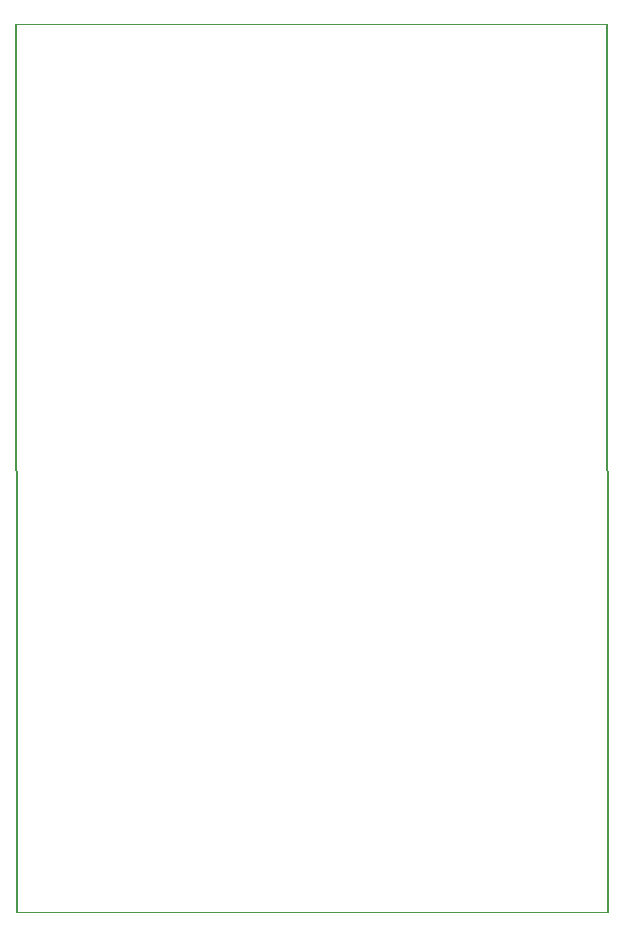
<source format=gbr>
%TF.GenerationSoftware,KiCad,Pcbnew,7.0.6*%
%TF.CreationDate,2023-10-15T17:56:32+01:00*%
%TF.ProjectId,DSP 1.1,44535020-312e-4312-9e6b-696361645f70,rev?*%
%TF.SameCoordinates,Original*%
%TF.FileFunction,Profile,NP*%
%FSLAX46Y46*%
G04 Gerber Fmt 4.6, Leading zero omitted, Abs format (unit mm)*
G04 Created by KiCad (PCBNEW 7.0.6) date 2023-10-15 17:56:32*
%MOMM*%
%LPD*%
G01*
G04 APERTURE LIST*
%TA.AperFunction,Profile*%
%ADD10C,0.100000*%
%TD*%
%TA.AperFunction,Profile*%
%ADD11C,0.200000*%
%TD*%
G04 APERTURE END LIST*
D10*
X51435000Y-115633500D02*
X101473000Y-115633500D01*
D11*
X101449000Y-40449500D02*
X101473000Y-115633500D01*
X51384000Y-40513000D02*
X51435000Y-115633500D01*
D10*
X51384000Y-40513000D02*
X101449000Y-40449500D01*
M02*

</source>
